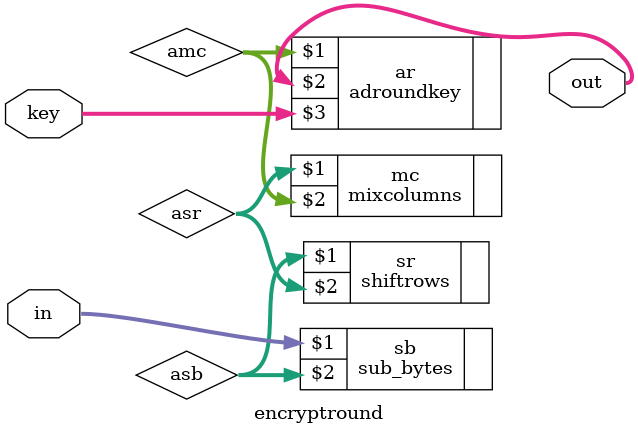
<source format=v>
module encryptround(in,key,out);
input [127:0] in;
input [127:0] key;
output [127:0] out;

wire [127:0] asb;    // after sub bytes
wire [127:0] asr;    // after shift rows
wire [127:0] amc;    // after mix columns
wire [127:0] aar;		// after addroundkey

sub_bytes sb(in, asb);
shiftrows sr(asb,asr);
mixcolumns mc(asr,amc);
adroundkey ar(amc,out,key);
		
endmodule
</source>
